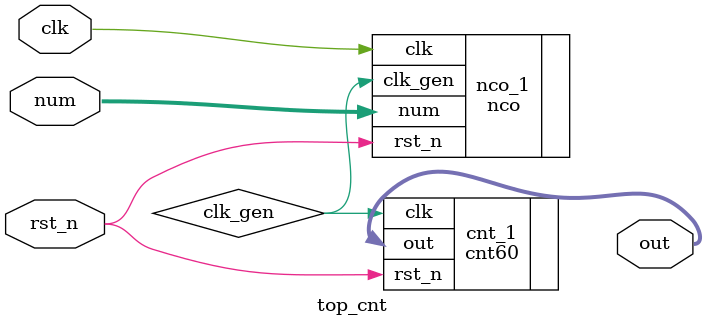
<source format=v>

module top_cnt ( out, num, clk, rst_n );

output	[5:0]	out	;
input	[31:0]	num	;
input		clk	;
input		rst_n	;
wire		clk_gen	;

nco	nco_1 ( .clk_gen ( clk_gen ), .num ( num ), .clk ( clk ), .rst_n ( rst_n )); // 1HZ clock
cnt60	cnt_1 ( .out ( out ), .clk ( clk_gen ), .rst_n ( rst_n ));

endmodule

</source>
